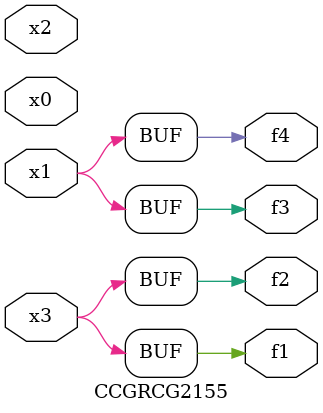
<source format=v>
module CCGRCG2155(
	input x0, x1, x2, x3,
	output f1, f2, f3, f4
);
	assign f1 = x3;
	assign f2 = x3;
	assign f3 = x1;
	assign f4 = x1;
endmodule

</source>
